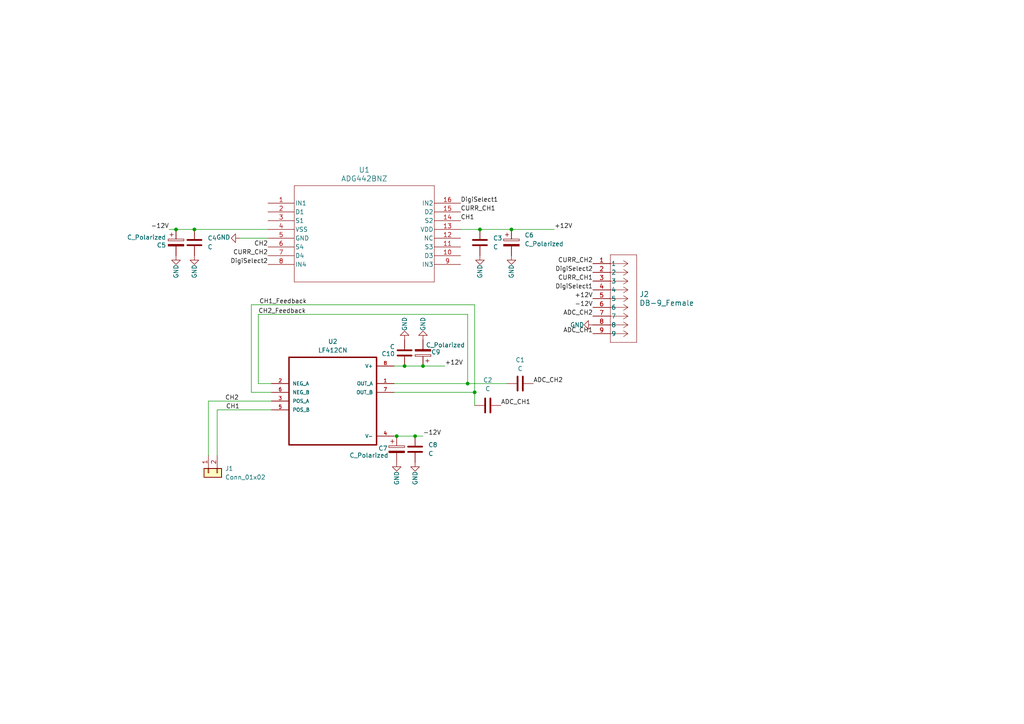
<source format=kicad_sch>
(kicad_sch (version 20230121) (generator eeschema)
  (paper "A4")
  (lib_symbols
    (symbol "ADG442BNZ:ADG442BNZ" (pin_names (offset 0.254))
      (property "Reference" "U" (at 27.94 10.16 0))
      (property "Value" "ADG442BNZ" (at 27.94 7.62 0))
      (symbol "ADG442BNZ_0_1"
        (polyline (pts (xy 7.62 -22.86) (xy 48.26 -22.86)) (stroke (width 0.127)))
        (polyline (pts (xy 7.62 5.08) (xy 7.62 -22.86)) (stroke (width 0.127)))
        (polyline (pts (xy 48.26 -22.86) (xy 48.26 5.08)) (stroke (width 0.127)))
        (polyline (pts (xy 48.26 5.08) (xy 7.62 5.08)) (stroke (width 0.127)))
        (pin unspecified line (at 0 0 0) (length 7.62) (name "IN1") (number "1"))
        (pin unspecified line (at 55.88 -15.24 180) (length 7.62) (name "D3") (number "10"))
        (pin unspecified line (at 55.88 -12.7 180) (length 7.62) (name "S3") (number "11"))
        (pin unspecified line (at 55.88 -10.16 180) (length 7.62) (name "NC") (number "12"))
        (pin power_in line (at 55.88 -7.62 180) (length 7.62) (name "VDD") (number "13"))
        (pin unspecified line (at 55.88 -5.08 180) (length 7.62) (name "S2") (number "14"))
        (pin unspecified line (at 55.88 -2.54 180) (length 7.62) (name "D2") (number "15"))
        (pin unspecified line (at 55.88 0 180) (length 7.62) (name "IN2") (number "16"))
        (pin unspecified line (at 0 -2.54 0) (length 7.62) (name "D1") (number "2"))
        (pin unspecified line (at 0 -5.08 0) (length 7.62) (name "S1") (number "3"))
        (pin power_in line (at 0 -7.62 0) (length 7.62) (name "VSS") (number "4"))
        (pin unspecified line (at 0 -10.16 0) (length 7.62) (name "GND") (number "5"))
        (pin unspecified line (at 0 -12.7 0) (length 7.62) (name "S4") (number "6"))
        (pin unspecified line (at 0 -15.24 0) (length 7.62) (name "D4") (number "7"))
        (pin unspecified line (at 0 -17.78 0) (length 7.62) (name "IN4") (number "8"))
        (pin unspecified line (at 55.88 -17.78 180) (length 7.62) (name "IN3") (number "9"))
      )
    )
    (symbol "Connector_Generic:Conn_01x02" (pin_names (offset 1.016) hide)
      (property "Reference" "J" (at 0 2.54 0))
      (property "Value" "Conn_01x02" (at 0 -5.08 0))
      (symbol "Conn_01x02_1_1"
        (rectangle (start -1.27 -2.413) (end 0 -2.667) (stroke (width 0.1524)))
        (rectangle (start -1.27 0.127) (end 0 -0.127) (stroke (width 0.1524)))
        (rectangle (start -1.27 1.27) (end 1.27 -3.81) (stroke (width 0.254)) (fill (type background)))
        (pin passive line (at -5.08 0 0) (length 3.81) (name "Pin_1") (number "1"))
        (pin passive line (at -5.08 -2.54 0) (length 3.81) (name "Pin_2") (number "2"))
      )
    )
    (symbol "DB-9_Female:DB-9_Female" (pin_names (offset 0.254))
      (property "Reference" "J" (at 8.89 6.35 0))
      (property "Value" "DB-9_Female" (at 0 0 0))
      (symbol "DB-9_Female_1_1"
        (polyline (pts (xy 5.08 -22.86) (xy 12.7 -22.86)) (stroke (width 0.127)))
        (polyline (pts (xy 5.08 2.54) (xy 5.08 -22.86)) (stroke (width 0.127)))
        (polyline (pts (xy 10.16 -20.32) (xy 5.08 -20.32)) (stroke (width 0.127)))
        (polyline (pts (xy 10.16 -20.32) (xy 8.89 -21.1667)) (stroke (width 0.127)))
        (polyline (pts (xy 10.16 -20.32) (xy 8.89 -19.4733)) (stroke (width 0.127)))
        (polyline (pts (xy 10.16 -17.78) (xy 5.08 -17.78)) (stroke (width 0.127)))
        (polyline (pts (xy 10.16 -17.78) (xy 8.89 -18.6267)) (stroke (width 0.127)))
        (polyline (pts (xy 10.16 -17.78) (xy 8.89 -16.9333)) (stroke (width 0.127)))
        (polyline (pts (xy 10.16 -15.24) (xy 5.08 -15.24)) (stroke (width 0.127)))
        (polyline (pts (xy 10.16 -15.24) (xy 8.89 -16.0867)) (stroke (width 0.127)))
        (polyline (pts (xy 10.16 -15.24) (xy 8.89 -14.3933)) (stroke (width 0.127)))
        (polyline (pts (xy 10.16 -12.7) (xy 5.08 -12.7)) (stroke (width 0.127)))
        (polyline (pts (xy 10.16 -12.7) (xy 8.89 -13.5467)) (stroke (width 0.127)))
        (polyline (pts (xy 10.16 -12.7) (xy 8.89 -11.8533)) (stroke (width 0.127)))
        (polyline (pts (xy 10.16 -10.16) (xy 5.08 -10.16)) (stroke (width 0.127)))
        (polyline (pts (xy 10.16 -10.16) (xy 8.89 -11.0067)) (stroke (width 0.127)))
        (polyline (pts (xy 10.16 -10.16) (xy 8.89 -9.3133)) (stroke (width 0.127)))
        (polyline (pts (xy 10.16 -7.62) (xy 5.08 -7.62)) (stroke (width 0.127)))
        (polyline (pts (xy 10.16 -7.62) (xy 8.89 -8.4667)) (stroke (width 0.127)))
        (polyline (pts (xy 10.16 -7.62) (xy 8.89 -6.7733)) (stroke (width 0.127)))
        (polyline (pts (xy 10.16 -5.08) (xy 5.08 -5.08)) (stroke (width 0.127)))
        (polyline (pts (xy 10.16 -5.08) (xy 8.89 -5.9267)) (stroke (width 0.127)))
        (polyline (pts (xy 10.16 -5.08) (xy 8.89 -4.2333)) (stroke (width 0.127)))
        (polyline (pts (xy 10.16 -2.54) (xy 5.08 -2.54)) (stroke (width 0.127)))
        (polyline (pts (xy 10.16 -2.54) (xy 8.89 -3.3867)) (stroke (width 0.127)))
        (polyline (pts (xy 10.16 -2.54) (xy 8.89 -1.6933)) (stroke (width 0.127)))
        (polyline (pts (xy 10.16 0) (xy 5.08 0)) (stroke (width 0.127)))
        (polyline (pts (xy 10.16 0) (xy 8.89 -0.8467)) (stroke (width 0.127)))
        (polyline (pts (xy 10.16 0) (xy 8.89 0.8467)) (stroke (width 0.127)))
        (polyline (pts (xy 12.7 -22.86) (xy 12.7 2.54)) (stroke (width 0.127)))
        (polyline (pts (xy 12.7 2.54) (xy 5.08 2.54)) (stroke (width 0.127)))
        (pin unspecified line (at 0 0 0) (length 5.08) (name "1") (number "1"))
        (pin unspecified line (at 0 -2.54 0) (length 5.08) (name "2") (number "2"))
        (pin unspecified line (at 0 -5.08 0) (length 5.08) (name "3") (number "3"))
        (pin unspecified line (at 0 -7.62 0) (length 5.08) (name "4") (number "4"))
        (pin unspecified line (at 0 -10.16 0) (length 5.08) (name "5") (number "5"))
        (pin unspecified line (at 0 -12.7 0) (length 5.08) (name "6") (number "6"))
        (pin unspecified line (at 0 -15.24 0) (length 5.08) (name "7") (number "7"))
        (pin unspecified line (at 0 -17.78 0) (length 5.08) (name "8") (number "8"))
        (pin unspecified line (at 0 -20.32 0) (length 5.08) (name "9") (number "9"))
      )
      (symbol "DB-9_Female_1_2"
        (polyline (pts (xy 5.08 -22.86) (xy 12.7 -22.86)) (stroke (width 0.127)))
        (polyline (pts (xy 5.08 2.54) (xy 5.08 -22.86)) (stroke (width 0.127)))
        (polyline (pts (xy 7.62 -20.32) (xy 5.08 -20.32)) (stroke (width 0.127)))
        (polyline (pts (xy 7.62 -20.32) (xy 8.89 -21.1667)) (stroke (width 0.127)))
        (polyline (pts (xy 7.62 -20.32) (xy 8.89 -19.4733)) (stroke (width 0.127)))
        (polyline (pts (xy 7.62 -17.78) (xy 5.08 -17.78)) (stroke (width 0.127)))
        (polyline (pts (xy 7.62 -17.78) (xy 8.89 -18.6267)) (stroke (width 0.127)))
        (polyline (pts (xy 7.62 -17.78) (xy 8.89 -16.9333)) (stroke (width 0.127)))
        (polyline (pts (xy 7.62 -15.24) (xy 5.08 -15.24)) (stroke (width 0.127)))
        (polyline (pts (xy 7.62 -15.24) (xy 8.89 -16.0867)) (stroke (width 0.127)))
        (polyline (pts (xy 7.62 -15.24) (xy 8.89 -14.3933)) (stroke (width 0.127)))
        (polyline (pts (xy 7.62 -12.7) (xy 5.08 -12.7)) (stroke (width 0.127)))
        (polyline (pts (xy 7.62 -12.7) (xy 8.89 -13.5467)) (stroke (width 0.127)))
        (polyline (pts (xy 7.62 -12.7) (xy 8.89 -11.8533)) (stroke (width 0.127)))
        (polyline (pts (xy 7.62 -10.16) (xy 5.08 -10.16)) (stroke (width 0.127)))
        (polyline (pts (xy 7.62 -10.16) (xy 8.89 -11.0067)) (stroke (width 0.127)))
        (polyline (pts (xy 7.62 -10.16) (xy 8.89 -9.3133)) (stroke (width 0.127)))
        (polyline (pts (xy 7.62 -7.62) (xy 5.08 -7.62)) (stroke (width 0.127)))
        (polyline (pts (xy 7.62 -7.62) (xy 8.89 -8.4667)) (stroke (width 0.127)))
        (polyline (pts (xy 7.62 -7.62) (xy 8.89 -6.7733)) (stroke (width 0.127)))
        (polyline (pts (xy 7.62 -5.08) (xy 5.08 -5.08)) (stroke (width 0.127)))
        (polyline (pts (xy 7.62 -5.08) (xy 8.89 -5.9267)) (stroke (width 0.127)))
        (polyline (pts (xy 7.62 -5.08) (xy 8.89 -4.2333)) (stroke (width 0.127)))
        (polyline (pts (xy 7.62 -2.54) (xy 5.08 -2.54)) (stroke (width 0.127)))
        (polyline (pts (xy 7.62 -2.54) (xy 8.89 -3.3867)) (stroke (width 0.127)))
        (polyline (pts (xy 7.62 -2.54) (xy 8.89 -1.6933)) (stroke (width 0.127)))
        (polyline (pts (xy 7.62 0) (xy 5.08 0)) (stroke (width 0.127)))
        (polyline (pts (xy 7.62 0) (xy 8.89 -0.8467)) (stroke (width 0.127)))
        (polyline (pts (xy 7.62 0) (xy 8.89 0.8467)) (stroke (width 0.127)))
        (polyline (pts (xy 12.7 -22.86) (xy 12.7 2.54)) (stroke (width 0.127)))
        (polyline (pts (xy 12.7 2.54) (xy 5.08 2.54)) (stroke (width 0.127)))
        (pin unspecified line (at 0 0 0) (length 5.08) (name "1") (number "1"))
        (pin unspecified line (at 0 -2.54 0) (length 5.08) (name "2") (number "2"))
        (pin unspecified line (at 0 -5.08 0) (length 5.08) (name "3") (number "3"))
        (pin unspecified line (at 0 -7.62 0) (length 5.08) (name "4") (number "4"))
        (pin unspecified line (at 0 -10.16 0) (length 5.08) (name "5") (number "5"))
        (pin unspecified line (at 0 -12.7 0) (length 5.08) (name "6") (number "6"))
        (pin unspecified line (at 0 -15.24 0) (length 5.08) (name "7") (number "7"))
        (pin unspecified line (at 0 -17.78 0) (length 5.08) (name "8") (number "8"))
        (pin unspecified line (at 0 -20.32 0) (length 5.08) (name "9") (number "9"))
      )
    )
    (symbol "Device:C" (pin_numbers hide) (pin_names (offset 0.254))
      (property "Reference" "C" (at 0.635 2.54 0))
      (property "Value" "C" (at 0.635 -2.54 0))
      (symbol "C_0_1"
        (polyline (pts (xy -2.032 -0.762) (xy 2.032 -0.762)) (stroke (width 0.508)))
        (polyline (pts (xy -2.032 0.762) (xy 2.032 0.762)) (stroke (width 0.508)))
      )
      (symbol "C_1_1"
        (pin passive line (at 0 3.81 270) (length 2.794) (name "~") (number "1"))
        (pin passive line (at 0 -3.81 90) (length 2.794) (name "~") (number "2"))
      )
    )
    (symbol "Device:C_Polarized" (pin_numbers hide) (pin_names (offset 0.254))
      (property "Reference" "C" (at 0.635 2.54 0))
      (property "Value" "C_Polarized" (at 0.635 -2.54 0))
      (symbol "C_Polarized_0_1"
        (rectangle (start -2.286 0.508) (end 2.286 1.016))
        (polyline (pts (xy -1.778 2.286) (xy -0.762 2.286)))
        (polyline (pts (xy -1.27 2.794) (xy -1.27 1.778)))
        (rectangle (start 2.286 -0.508) (end -2.286 -1.016) (fill (type outline)))
      )
      (symbol "C_Polarized_1_1"
        (pin passive line (at 0 3.81 270) (length 2.794) (name "~") (number "1"))
        (pin passive line (at 0 -3.81 90) (length 2.794) (name "~") (number "2"))
      )
    )
    (symbol "LF412CN:LF412CN" (pin_names (offset 1.016))
      (property "Reference" "U" (at -12.7 13.7 0))
      (property "Value" "LF412CN" (at -12.7 -16.7 0))
      (symbol "LF412CN_0_0"
        (pin output line (at 17.78 5.08 180) (length 5.08) (name "OUT_A") (number "1"))
        (pin input line (at -17.78 5.08 0) (length 5.08) (name "NEG_A") (number "2"))
        (pin input line (at -17.78 0 0) (length 5.08) (name "POS_A") (number "3"))
        (pin power_in line (at 17.78 -10.16 180) (length 5.08) (name "V-") (number "4"))
        (pin input line (at -17.78 -2.54 0) (length 5.08) (name "POS_B") (number "5"))
        (pin input line (at -17.78 2.54 0) (length 5.08) (name "NEG_B") (number "6"))
        (pin output line (at 17.78 2.54 180) (length 5.08) (name "OUT_B") (number "7"))
        (pin power_in line (at 17.78 10.16 180) (length 5.08) (name "V+") (number "8"))
      )
      (symbol "LF412CN_1_0"
        (rectangle (start -12.7 12.7) (end 12.7 -12.7) (stroke (width 0.41)))
      )
    )
    (symbol "power:GND" (power) (pin_names (offset 0))
      (property "Value" "GND" (at 0 -3.81 0))
      (symbol "GND_0_1"
        (polyline (pts (xy 0 0) (xy 0 -1.27) (xy 1.27 -1.27) (xy 0 -2.54) (xy -1.27 -1.27) (xy 0 -1.27)))
      )
      (symbol "GND_1_1"
        (pin power_in line (at 0 0 270) (length 0) hide (name "GND") (number "1"))
      )
    )
  )
  (junction (at 122.682 106.172))
  (junction (at 148.336 66.548))
  (junction (at 139.192 66.548))
  (junction (at 120.396 126.492))
  (junction (at 115.062 126.492))
  (junction (at 135.636 111.252))
  (junction (at 137.668 113.792))
  (junction (at 117.348 106.172))
  (junction (at 56.388 66.548))
  (junction (at 51.054 66.548))
  (wire (pts (xy 49.022 66.548) (xy 51.054 66.548)))
  (wire (pts (xy 74.93 111.252) (xy 78.74 111.252)))
  (wire (pts (xy 60.452 116.332) (xy 78.74 116.332)))
  (wire (pts (xy 51.054 66.548) (xy 56.388 66.548)))
  (wire (pts (xy 72.898 113.792) (xy 72.898 88.392)))
  (wire (pts (xy 122.682 126.492) (xy 120.396 126.492)))
  (wire (pts (xy 74.93 91.186) (xy 135.636 91.186)))
  (wire (pts (xy 135.636 91.186) (xy 135.636 111.252)))
  (wire (pts (xy 69.596 69.088) (xy 77.724 69.088)))
  (wire (pts (xy 135.636 111.252) (xy 147.066 111.252)))
  (wire (pts (xy 120.396 126.492) (xy 115.062 126.492)))
  (wire (pts (xy 72.898 88.392) (xy 137.668 88.392)))
  (wire (pts (xy 62.992 118.872) (xy 78.74 118.872)))
  (wire (pts (xy 137.668 117.602) (xy 137.668 113.792)))
  (wire (pts (xy 137.668 113.792) (xy 137.668 88.392)))
  (wire (pts (xy 133.604 66.548) (xy 139.192 66.548)))
  (wire (pts (xy 148.336 66.548) (xy 160.782 66.548)))
  (wire (pts (xy 117.348 106.172) (xy 114.3 106.172)))
  (wire (pts (xy 72.898 113.792) (xy 78.74 113.792)))
  (wire (pts (xy 56.388 66.548) (xy 77.724 66.548)))
  (wire (pts (xy 135.636 111.252) (xy 114.3 111.252)))
  (wire (pts (xy 129.032 106.172) (xy 122.682 106.172)))
  (wire (pts (xy 74.93 91.186) (xy 74.93 111.252)))
  (wire (pts (xy 122.682 106.172) (xy 117.348 106.172)))
  (wire (pts (xy 137.668 113.792) (xy 114.3 113.792)))
  (wire (pts (xy 62.992 118.872) (xy 62.992 132.08)))
  (wire (pts (xy 139.192 66.548) (xy 148.336 66.548)))
  (wire (pts (xy 115.062 126.492) (xy 114.3 126.492)))
  (wire (pts (xy 60.452 116.332) (xy 60.452 132.08)))
  (label "DigiSelect1" (at 171.958 84.074 180))
  (label "ADC_CH1" (at 171.958 96.774 180))
  (label "ADC_CH2" (at 154.686 111.252 0))
  (label "-12V" (at 171.958 89.154 180))
  (label "CH1" (at 133.604 64.008 0))
  (label "CH2" (at 77.724 71.628 180))
  (label "ADC_CH1" (at 145.288 117.602 0))
  (label "DigiSelect2" (at 171.958 78.994 180))
  (label "CH2_Feedback" (at 74.93 91.186 0))
  (label "CH2" (at 65.278 116.332 0))
  (label "+12V" (at 129.032 106.172 0))
  (label "-12V" (at 49.022 66.548 180))
  (label "CURR_CH1" (at 171.958 81.534 180))
  (label "CH1" (at 65.532 118.872 0))
  (label "+12V" (at 171.958 86.614 180))
  (label "ADC_CH2" (at 171.958 91.694 180))
  (label "CURR_CH2" (at 171.958 76.454 180))
  (label "CH1_Feedback" (at 75.184 88.392 0))
  (label "DigiSelect2" (at 77.724 76.708 180))
  (label "DigiSelect1" (at 133.604 58.928 0))
  (label "+12V" (at 160.782 66.548 0))
  (label "CURR_CH2" (at 77.724 74.168 180))
  (label "-12V" (at 122.682 126.492 0))
  (label "CURR_CH1" (at 133.604 61.468 0))
  (symbol (lib_id "Device:C_Polarized") (at 122.682 102.362 180) (unit 1)
    (property "Reference" "C9" (at 127.762 102.108 0) (effects (justify left)))
    (property "Value" "C_Polarized" (at 134.874 100.076 0) (effects (justify left)))
    (property "Footprint" "Capacitor_THT:C_Disc_D4.3mm_W1.9mm_P5.00mm" (effects hide))
  )
  (symbol (lib_id "Device:C") (at 117.348 102.362 180) (unit 1)
    (property "Reference" "C10" (at 114.554 102.616 0) (effects (justify left)))
    (property "Value" "C" (at 114.554 100.584 0) (effects (justify left)))
    (property "Footprint" "Capacitor_THT:C_Disc_D4.3mm_W1.9mm_P5.00mm" (effects hide))
  )
  (symbol (lib_id "power:GND") (at 117.348 98.552 0) (mirror x) (unit 1)
    (property "Reference" "#PWR010" (effects hide))
    (property "Value" "GND" (at 117.348 93.98 90))
  )
  (symbol (lib_id "power:GND") (at 120.396 134.112 0) (mirror y) (unit 1)
    (property "Reference" "#PWR08" (effects hide))
    (property "Value" "GND" (at 120.396 138.684 90))
  )
  (symbol (lib_id "Device:C") (at 120.396 130.302 0) (unit 1)
    (property "Reference" "C8" (at 124.206 129.032 0) (effects (justify left)))
    (property "Value" "C" (at 124.206 131.572 0) (effects (justify left)))
    (property "Footprint" "Capacitor_THT:C_Disc_D4.3mm_W1.9mm_P5.00mm" (effects hide))
  )
  (symbol (lib_id "Device:C_Polarized") (at 115.062 130.302 0) (unit 1)
    (property "Reference" "C7" (at 109.728 130.048 0) (effects (justify left)))
    (property "Value" "C_Polarized" (at 101.346 132.08 0) (effects (justify left)))
    (property "Footprint" "Capacitor_THT:C_Disc_D4.3mm_W1.9mm_P5.00mm" (effects hide))
  )
  (symbol (lib_id "Device:C") (at 150.876 111.252 90) (unit 1)
    (property "Reference" "C1" (at 150.876 104.394 90))
    (property "Value" "C" (at 150.876 106.934 90))
    (property "Footprint" "Capacitor_THT:C_Disc_D4.3mm_W1.9mm_P5.00mm" (effects hide))
  )
  (symbol (lib_id "power:GND") (at 139.192 74.168 0) (mirror y) (unit 1)
    (property "Reference" "#PWR03" (effects hide))
    (property "Value" "GND" (at 139.192 78.74 90))
  )
  (symbol (lib_id "Connector_Generic:Conn_01x02") (at 60.452 137.16 90) (mirror x) (unit 1)
    (property "Reference" "J1" (at 65.278 135.89 90) (effects (justify right)))
    (property "Value" "Conn_01x02" (at 65.278 138.43 90) (effects (justify right)))
    (property "Footprint" "Connector_PinSocket_2.54mm:PinSocket_1x02_P2.54mm_Vertical" (effects hide))
  )
  (symbol (lib_id "power:GND") (at 148.336 74.168 0) (mirror y) (unit 1)
    (property "Reference" "#PWR04" (effects hide))
    (property "Value" "GND" (at 148.336 78.74 90))
  )
  (symbol (lib_id "LF412CN:LF412CN") (at 96.52 116.332 0) (unit 1)
    (property "Reference" "U2" (at 96.52 99.06 0))
    (property "Value" "LF412CN" (at 96.52 101.6 0))
    (property "Footprint" "LF412:LF412CN" (effects hide))
  )
  (symbol (lib_id "power:GND") (at 69.596 69.088 270) (unit 1)
    (property "Reference" "#PWR01" (effects hide))
    (property "Value" "GND" (at 66.802 68.834 90) (effects (justify right)))
  )
  (symbol (lib_id "Device:C") (at 141.478 117.602 90) (unit 1)
    (property "Reference" "C2" (at 141.478 110.236 90))
    (property "Value" "C" (at 141.478 112.776 90))
    (property "Footprint" "Capacitor_THT:C_Disc_D6.0mm_W2.5mm_P5.00mm" (effects hide))
  )
  (symbol (lib_id "DB-9_Female:DB-9_Female") (at 171.958 76.454 0) (unit 1)
    (property "Reference" "J2" (at 185.42 85.344 0) (effects (font (size 1.524 1.524)) (justify left)))
    (property "Value" "DB-9_Female" (at 185.42 87.884 0) (effects (font (size 1.524 1.524)) (justify left)))
    (property "Footprint" "DB-9_Female:DB-9_Female" (effects hide))
    (property "Datasheet" "LD09P13A4GX00LF" (effects hide))
  )
  (symbol (lib_id "power:GND") (at 56.388 74.168 0) (mirror y) (unit 1)
    (property "Reference" "#PWR05" (effects hide))
    (property "Value" "GND" (at 56.388 78.74 90))
  )
  (symbol (lib_id "power:GND") (at 51.054 74.168 0) (mirror y) (unit 1)
    (property "Reference" "#PWR06" (effects hide))
    (property "Value" "GND" (at 51.054 78.74 90))
  )
  (symbol (lib_id "power:GND") (at 122.682 98.552 0) (mirror x) (unit 1)
    (property "Reference" "#PWR09" (effects hide))
    (property "Value" "GND" (at 122.682 93.98 90))
  )
  (symbol (lib_id "Device:C_Polarized") (at 148.336 70.358 0) (unit 1)
    (property "Reference" "C6" (at 152.146 68.199 0) (effects (justify left)))
    (property "Value" "C_Polarized" (at 152.146 70.739 0) (effects (justify left)))
    (property "Footprint" "Capacitor_THT:C_Disc_D4.3mm_W1.9mm_P5.00mm" (effects hide))
  )
  (symbol (lib_id "Device:C") (at 56.388 70.358 0) (unit 1)
    (property "Reference" "C4" (at 60.198 69.088 0) (effects (justify left)))
    (property "Value" "C" (at 60.198 71.628 0) (effects (justify left)))
    (property "Footprint" "Capacitor_THT:C_Disc_D4.3mm_W1.9mm_P5.00mm" (effects hide))
  )
  (symbol (lib_id "power:GND") (at 115.062 134.112 0) (mirror y) (unit 1)
    (property "Reference" "#PWR07" (effects hide))
    (property "Value" "GND" (at 115.062 138.684 90))
  )
  (symbol (lib_id "ADG442BNZ:ADG442BNZ") (at 77.724 58.928 0) (unit 1)
    (property "Reference" "U1" (at 105.664 49.276 0) (effects (font (size 1.524 1.524))))
    (property "Value" "ADG442BNZ" (at 105.664 51.816 0) (effects (font (size 1.524 1.524))))
    (property "Footprint" "ADG442:N_16_ADI" (effects hide))
    (property "Datasheet" "ADG442BNZ" (effects hide))
  )
  (symbol (lib_id "Device:C") (at 139.192 70.358 0) (unit 1)
    (property "Reference" "C3" (at 143.002 69.088 0) (effects (justify left)))
    (property "Value" "C" (at 143.002 71.628 0) (effects (justify left)))
    (property "Footprint" "Capacitor_THT:C_Disc_D4.3mm_W1.9mm_P5.00mm" (effects hide))
  )
  (symbol (lib_id "power:GND") (at 171.958 94.234 270) (mirror x) (unit 1)
    (property "Reference" "#PWR02" (effects hide))
    (property "Value" "GND" (at 167.386 94.234 90))
  )
  (symbol (lib_id "Device:C_Polarized") (at 51.054 70.358 0) (unit 1)
    (property "Reference" "C5" (at 45.466 71.12 0) (effects (justify left)))
    (property "Value" "C_Polarized" (at 36.83 68.834 0) (effects (justify left)))
    (property "Footprint" "Capacitor_THT:C_Disc_D4.3mm_W1.9mm_P5.00mm" (effects hide))
  )
)
</source>
